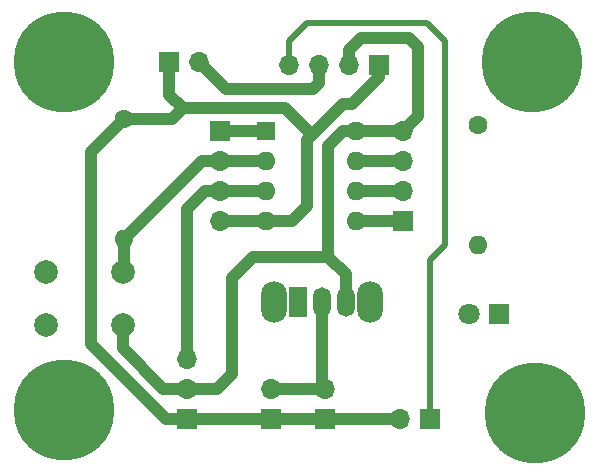
<source format=gbr>
%TF.GenerationSoftware,KiCad,Pcbnew,(5.1.6)-1*%
%TF.CreationDate,2020-12-09T22:38:19+13:00*%
%TF.ProjectId,z-top-pcb,7a2d746f-702d-4706-9362-2e6b69636164,rev?*%
%TF.SameCoordinates,PX5734380PY6d01460*%
%TF.FileFunction,Copper,L2,Bot*%
%TF.FilePolarity,Positive*%
%FSLAX46Y46*%
G04 Gerber Fmt 4.6, Leading zero omitted, Abs format (unit mm)*
G04 Created by KiCad (PCBNEW (5.1.6)-1) date 2020-12-09 22:38:19*
%MOMM*%
%LPD*%
G01*
G04 APERTURE LIST*
%TA.AperFunction,ComponentPad*%
%ADD10O,1.700000X1.700000*%
%TD*%
%TA.AperFunction,ComponentPad*%
%ADD11R,1.700000X1.700000*%
%TD*%
%TA.AperFunction,ComponentPad*%
%ADD12O,1.600000X1.600000*%
%TD*%
%TA.AperFunction,ComponentPad*%
%ADD13R,1.600000X1.600000*%
%TD*%
%TA.AperFunction,ComponentPad*%
%ADD14O,2.200000X3.500000*%
%TD*%
%TA.AperFunction,ComponentPad*%
%ADD15O,1.500000X2.500000*%
%TD*%
%TA.AperFunction,ComponentPad*%
%ADD16R,1.500000X2.500000*%
%TD*%
%TA.AperFunction,ComponentPad*%
%ADD17C,2.000000*%
%TD*%
%TA.AperFunction,ComponentPad*%
%ADD18C,1.600000*%
%TD*%
%TA.AperFunction,ComponentPad*%
%ADD19C,8.500000*%
%TD*%
%TA.AperFunction,ComponentPad*%
%ADD20C,1.800000*%
%TD*%
%TA.AperFunction,ComponentPad*%
%ADD21R,1.800000X1.800000*%
%TD*%
%TA.AperFunction,Conductor*%
%ADD22C,1.000000*%
%TD*%
%TA.AperFunction,Conductor*%
%ADD23C,0.500000*%
%TD*%
G04 APERTURE END LIST*
D10*
%TO.P,J5,4*%
%TO.N,z-probe*%
X23114000Y33528000D03*
%TO.P,J5,3*%
%TO.N,fan-relay-12v*%
X25654000Y33528000D03*
%TO.P,J5,2*%
%TO.N,5v*%
X28194000Y33528000D03*
D11*
%TO.P,J5,1*%
%TO.N,GND*%
X30734000Y33528000D03*
%TD*%
D12*
%TO.P,U1,8*%
%TO.N,5v*%
X28768000Y27862000D03*
%TO.P,U1,4*%
%TO.N,GND*%
X21148000Y20242000D03*
%TO.P,U1,7*%
%TO.N,Net-(J7-Pad3)*%
X28768000Y25322000D03*
%TO.P,U1,3*%
%TO.N,LED-signal*%
X21148000Y22782000D03*
%TO.P,U1,6*%
%TO.N,Net-(J7-Pad2)*%
X28768000Y22782000D03*
%TO.P,U1,2*%
%TO.N,LED-mode-SW*%
X21148000Y25322000D03*
%TO.P,U1,5*%
%TO.N,Net-(J7-Pad1)*%
X28768000Y20242000D03*
D13*
%TO.P,U1,1*%
%TO.N,Net-(J8-Pad1)*%
X21148000Y27862000D03*
%TD*%
D14*
%TO.P,SW4,*%
%TO.N,*%
X29972000Y13462000D03*
X21772000Y13462000D03*
D15*
%TO.P,SW4,3*%
%TO.N,5v*%
X27872000Y13462000D03*
%TO.P,SW4,2*%
%TO.N,Net-(J2-Pad2)*%
X25872000Y13462000D03*
D16*
%TO.P,SW4,1*%
%TO.N,Net-(SW4-Pad1)*%
X23872000Y13462000D03*
%TD*%
D17*
%TO.P,SW1,1*%
%TO.N,LED-mode-SW*%
X9040000Y16002000D03*
%TO.P,SW1,2*%
%TO.N,5v*%
X9040000Y11502000D03*
%TO.P,SW1,1*%
%TO.N,LED-mode-SW*%
X2540000Y16002000D03*
%TO.P,SW1,2*%
%TO.N,5v*%
X2540000Y11502000D03*
%TD*%
D12*
%TO.P,R2,2*%
%TO.N,Net-(D2-Pad1)*%
X39116000Y18288000D03*
D18*
%TO.P,R2,1*%
%TO.N,5v*%
X39116000Y28448000D03*
%TD*%
D12*
%TO.P,R1,2*%
%TO.N,LED-mode-SW*%
X9144000Y18796000D03*
D18*
%TO.P,R1,1*%
%TO.N,GND*%
X9144000Y28956000D03*
%TD*%
D10*
%TO.P,J8,4*%
%TO.N,GND*%
X17272000Y20320000D03*
%TO.P,J8,3*%
%TO.N,LED-signal*%
X17272000Y22860000D03*
%TO.P,J8,2*%
%TO.N,LED-mode-SW*%
X17272000Y25400000D03*
D11*
%TO.P,J8,1*%
%TO.N,Net-(J8-Pad1)*%
X17272000Y27940000D03*
%TD*%
D10*
%TO.P,J7,4*%
%TO.N,5v*%
X32766000Y27940000D03*
%TO.P,J7,3*%
%TO.N,Net-(J7-Pad3)*%
X32766000Y25400000D03*
%TO.P,J7,2*%
%TO.N,Net-(J7-Pad2)*%
X32766000Y22860000D03*
D11*
%TO.P,J7,1*%
%TO.N,Net-(J7-Pad1)*%
X32766000Y20320000D03*
%TD*%
D10*
%TO.P,J6,2*%
%TO.N,GND*%
X32512000Y3556000D03*
D11*
%TO.P,J6,1*%
%TO.N,z-probe*%
X35052000Y3556000D03*
%TD*%
D10*
%TO.P,J4,2*%
%TO.N,fan-relay-12v*%
X15494000Y33782000D03*
D11*
%TO.P,J4,1*%
%TO.N,GND*%
X12954000Y33782000D03*
%TD*%
D10*
%TO.P,J3,2*%
%TO.N,Net-(J2-Pad2)*%
X26162000Y6096000D03*
D11*
%TO.P,J3,1*%
%TO.N,GND*%
X26162000Y3556000D03*
%TD*%
D10*
%TO.P,J2,2*%
%TO.N,Net-(J2-Pad2)*%
X21590000Y6096000D03*
D11*
%TO.P,J2,1*%
%TO.N,GND*%
X21590000Y3556000D03*
%TD*%
D10*
%TO.P,J1,3*%
%TO.N,LED-signal*%
X14478000Y8636000D03*
%TO.P,J1,2*%
%TO.N,5v*%
X14478000Y6096000D03*
D11*
%TO.P,J1,1*%
%TO.N,GND*%
X14478000Y3556000D03*
%TD*%
D19*
%TO.P,H4,1*%
%TO.N,Net-(H4-Pad1)*%
X4064000Y4318000D03*
%TD*%
%TO.P,H3,1*%
%TO.N,Net-(H3-Pad1)*%
X43942000Y4064000D03*
%TD*%
%TO.P,H2,1*%
%TO.N,Net-(H2-Pad1)*%
X4064000Y33782000D03*
%TD*%
%TO.P,H1,1*%
%TO.N,Net-(H1-Pad1)*%
X43688000Y33782000D03*
%TD*%
D20*
%TO.P,D2,2*%
%TO.N,z-probe*%
X38354000Y12446000D03*
D21*
%TO.P,D2,1*%
%TO.N,Net-(D2-Pad1)*%
X40894000Y12446000D03*
%TD*%
D22*
%TO.N,Net-(J2-Pad2)*%
X25872000Y6386000D02*
X26162000Y6096000D01*
X25872000Y13462000D02*
X25872000Y6386000D01*
X21590000Y6096000D02*
X26162000Y6096000D01*
%TO.N,GND*%
X17350000Y20242000D02*
X17272000Y20320000D01*
X21148000Y20242000D02*
X17350000Y20242000D01*
X32091998Y3556000D02*
X32512000Y3556000D01*
X14478000Y3556000D02*
X32091998Y3556000D01*
X30734000Y33528000D02*
X30734000Y32512000D01*
X30734000Y32512000D02*
X28448000Y30226000D01*
X28448000Y30226000D02*
X27686000Y30226000D01*
X24638000Y27178000D02*
X24638000Y21590000D01*
X23290000Y20242000D02*
X21148000Y20242000D01*
X24638000Y21590000D02*
X23290000Y20242000D01*
X9144000Y28956000D02*
X13208000Y28956000D01*
X22733000Y29845000D02*
X25019000Y27559000D01*
X14097000Y29845000D02*
X22733000Y29845000D01*
X13208000Y28956000D02*
X14097000Y29845000D01*
X27686000Y30226000D02*
X25019000Y27559000D01*
X25019000Y27559000D02*
X24638000Y27178000D01*
X12954000Y30988000D02*
X14097000Y29845000D01*
X12954000Y33782000D02*
X12954000Y30988000D01*
X14478000Y3556000D02*
X12700000Y3556000D01*
X12700000Y3556000D02*
X6350000Y9906000D01*
X6350000Y26162000D02*
X9144000Y28956000D01*
X6350000Y9906000D02*
X6350000Y26162000D01*
%TO.N,fan-relay-12v*%
X25654000Y33528000D02*
X25654000Y32004000D01*
X25654000Y32004000D02*
X25146000Y31496000D01*
X17780000Y31496000D02*
X15494000Y33782000D01*
X25146000Y31496000D02*
X17780000Y31496000D01*
%TO.N,5v*%
X28846000Y27940000D02*
X28768000Y27862000D01*
X32766000Y27940000D02*
X28846000Y27940000D01*
X27872000Y15816000D02*
X27872000Y13462000D01*
X26416000Y17272000D02*
X27872000Y15816000D01*
X26416000Y26670000D02*
X26416000Y17272000D01*
X28768000Y27862000D02*
X27608000Y27862000D01*
X27608000Y27862000D02*
X26416000Y26670000D01*
X26416000Y17272000D02*
X20066000Y17272000D01*
X20066000Y17272000D02*
X18288000Y15494000D01*
X18288000Y15494000D02*
X18288000Y7366000D01*
X17018000Y6096000D02*
X14478000Y6096000D01*
X18288000Y7366000D02*
X17018000Y6096000D01*
X14478000Y6096000D02*
X12446000Y6096000D01*
X9040000Y9502000D02*
X9040000Y11502000D01*
X12446000Y6096000D02*
X9040000Y9502000D01*
X34036000Y29210000D02*
X32766000Y27940000D01*
X28194000Y34798000D02*
X29210000Y35814000D01*
X28194000Y33528000D02*
X28194000Y34798000D01*
X29210000Y35814000D02*
X33274000Y35814000D01*
X33274000Y35814000D02*
X34036000Y35052000D01*
X34036000Y35052000D02*
X34036000Y29210000D01*
D23*
%TO.N,z-probe*%
X23114000Y33528000D02*
X23114000Y35560000D01*
X23114000Y35560000D02*
X24638000Y37084000D01*
X35052000Y3556000D02*
X35052000Y17018000D01*
X35052000Y17018000D02*
X36322000Y18288000D01*
X36322000Y35560000D02*
X34798000Y37084000D01*
X36322000Y18288000D02*
X36322000Y35560000D01*
X24638000Y37084000D02*
X34798000Y37084000D01*
D22*
%TO.N,LED-mode-SW*%
X17350000Y25322000D02*
X17272000Y25400000D01*
X21148000Y25322000D02*
X17350000Y25322000D01*
X15748000Y25400000D02*
X17272000Y25400000D01*
X9144000Y18796000D02*
X15748000Y25400000D01*
X9144000Y16106000D02*
X9040000Y16002000D01*
X9144000Y18796000D02*
X9144000Y16106000D01*
%TO.N,LED-signal*%
X17350000Y22782000D02*
X17272000Y22860000D01*
X21148000Y22782000D02*
X17350000Y22782000D01*
X14478000Y8636000D02*
X14478000Y21336000D01*
X16002000Y22860000D02*
X17272000Y22860000D01*
X14478000Y21336000D02*
X16002000Y22860000D01*
%TO.N,Net-(J7-Pad3)*%
X28846000Y25400000D02*
X28768000Y25322000D01*
X32766000Y25400000D02*
X28846000Y25400000D01*
%TO.N,Net-(J8-Pad1)*%
X17350000Y27862000D02*
X17272000Y27940000D01*
X21148000Y27862000D02*
X17350000Y27862000D01*
%TO.N,Net-(J7-Pad2)*%
X28846000Y22860000D02*
X28768000Y22782000D01*
X32766000Y22860000D02*
X28846000Y22860000D01*
%TO.N,Net-(J7-Pad1)*%
X28846000Y20320000D02*
X28768000Y20242000D01*
X32766000Y20320000D02*
X28846000Y20320000D01*
%TD*%
M02*

</source>
